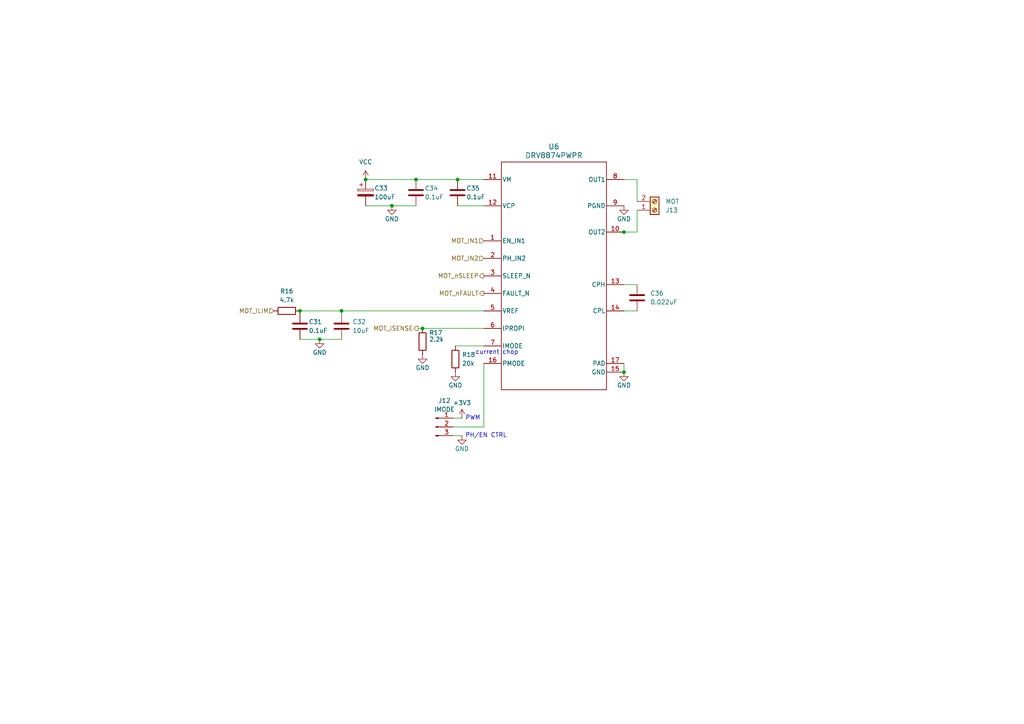
<source format=kicad_sch>
(kicad_sch (version 20250114) (generator "eeschema") (generator_version "9.0")
  (paper "A4")
  (lib_symbols
    (symbol "2025-04-07_10-39-51:DRV8874PWPR" (pin_names (offset 0.254))
      (property "Reference" "U" (at 0 2.54 0))
      (property "Value" "DRV8874PWPR" (at 0 0 0))
      (symbol "DRV8874PWPR_0_1"
        (polyline (pts (xy -15.24 33.02) (xy -15.24 -33.02)) (stroke (width 0.2032)))
        (polyline (pts (xy -15.24 -33.02) (xy 15.24 -33.02)) (stroke (width 0.2032)))
        (polyline (pts (xy 15.24 33.02) (xy -15.24 33.02)) (stroke (width 0.2032)))
        (polyline (pts (xy 15.24 -33.02) (xy 15.24 33.02)) (stroke (width 0.2032)))
        (pin power_in line (at -20.32 27.94 0) (length 5.08) (name "VM") (number "11"))
        (pin power_in line (at -20.32 20.32 0) (length 5.08) (name "VCP") (number "12"))
        (pin input line (at -20.32 10.16 0) (length 5.08) (name "EN_IN1") (number "1"))
        (pin input line (at -20.32 5.08 0) (length 5.08) (name "PH_IN2") (number "2"))
        (pin input line (at -20.32 0 0) (length 5.08) (name "SLEEP_N") (number "3"))
        (pin open_collector line (at -20.32 -5.08 0) (length 5.08) (name "FAULT_N") (number "4"))
        (pin power_in line (at -20.32 -10.16 0) (length 5.08) (name "VREF") (number "5"))
        (pin output line (at -20.32 -15.24 0) (length 5.08) (name "IPROPI") (number "6"))
        (pin input line (at -20.32 -20.32 0) (length 5.08) (name "IMODE") (number "7"))
        (pin input line (at -20.32 -25.4 0) (length 5.08) (name "PMODE") (number "16"))
        (pin output line (at 20.32 27.94 180) (length 5.08) (name "OUT1") (number "8"))
        (pin power_in line (at 20.32 20.32 180) (length 5.08) (name "PGND") (number "9"))
        (pin output line (at 20.32 12.7 180) (length 5.08) (name "OUT2") (number "10"))
        (pin power_in line (at 20.32 -2.54 180) (length 5.08) (name "CPH") (number "13"))
        (pin power_in line (at 20.32 -10.16 180) (length 5.08) (name "CPL") (number "14"))
        (pin power_in line (at 20.32 -25.4 180) (length 5.08) (name "PAD") (number "17"))
        (pin power_in line (at 20.32 -27.94 180) (length 5.08) (name "GND") (number "15"))
      )
    )
    (symbol "Connector:Conn_01x03_Pin" (pin_names (offset 1.016) (hide yes))
      (property "Reference" "J" (at 0 5.08 0))
      (property "Value" "Conn_01x03_Pin" (at 0 -5.08 0))
      (symbol "Conn_01x03_Pin_1_1"
        (rectangle (start 0.8636 2.667) (end 0 2.413) (stroke (width 0.1524)) (fill (type outline)))
        (rectangle (start 0.8636 0.127) (end 0 -0.127) (stroke (width 0.1524)) (fill (type outline)))
        (rectangle (start 0.8636 -2.413) (end 0 -2.667) (stroke (width 0.1524)) (fill (type outline)))
        (polyline (pts (xy 1.27 2.54) (xy 0.8636 2.54)) (stroke (width 0.1524)))
        (polyline (pts (xy 1.27 0) (xy 0.8636 0)) (stroke (width 0.1524)))
        (polyline (pts (xy 1.27 -2.54) (xy 0.8636 -2.54)) (stroke (width 0.1524)))
        (pin passive line (at 5.08 2.54 180) (length 3.81) (name "Pin_1") (number "1"))
        (pin passive line (at 5.08 0 180) (length 3.81) (name "Pin_2") (number "2"))
        (pin passive line (at 5.08 -2.54 180) (length 3.81) (name "Pin_3") (number "3"))
      )
    )
    (symbol "Connector:Screw_Terminal_01x02" (pin_names (offset 1.016) (hide yes))
      (property "Reference" "J" (at 0 2.54 0))
      (property "Value" "Screw_Terminal_01x02" (at 0 -5.08 0))
      (symbol "Screw_Terminal_01x02_1_1"
        (rectangle (start -1.27 1.27) (end 1.27 -3.81) (stroke (width 0.254)) (fill (type background)))
        (polyline (pts (xy -0.5334 0.3302) (xy 0.3302 -0.508)) (stroke (width 0.1524)))
        (polyline (pts (xy -0.5334 -2.2098) (xy 0.3302 -3.048)) (stroke (width 0.1524)))
        (polyline (pts (xy -0.3556 0.508) (xy 0.508 -0.3302)) (stroke (width 0.1524)))
        (polyline (pts (xy -0.3556 -2.032) (xy 0.508 -2.8702)) (stroke (width 0.1524)))
        (circle (center 0 0) (radius 0.635) (stroke (width 0.1524)))
        (circle (center 0 -2.54) (radius 0.635) (stroke (width 0.1524)))
        (pin passive line (at -5.08 0 0) (length 3.81) (name "Pin_1") (number "1"))
        (pin passive line (at -5.08 -2.54 0) (length 3.81) (name "Pin_2") (number "2"))
      )
    )
    (symbol "Device:C" (pin_numbers (hide yes)) (pin_names (offset 0.254))
      (property "Reference" "C" (at 0.635 2.54 0))
      (property "Value" "C" (at 0.635 -2.54 0))
      (symbol "C_0_1"
        (polyline (pts (xy -2.032 0.762) (xy 2.032 0.762)) (stroke (width 0.508)))
        (polyline (pts (xy -2.032 -0.762) (xy 2.032 -0.762)) (stroke (width 0.508)))
      )
      (symbol "C_1_1"
        (pin passive line (at 0 3.81 270) (length 2.794) (name "~") (number "1"))
        (pin passive line (at 0 -3.81 90) (length 2.794) (name "~") (number "2"))
      )
    )
    (symbol "Device:C_Polarized" (pin_numbers (hide yes)) (pin_names (offset 0.254))
      (property "Reference" "C" (at 0.635 2.54 0))
      (property "Value" "C_Polarized" (at 0.635 -2.54 0))
      (symbol "C_Polarized_0_1"
        (rectangle (start -2.286 0.508) (end 2.286 1.016))
        (polyline (pts (xy -1.778 2.286) (xy -0.762 2.286)))
        (polyline (pts (xy -1.27 2.794) (xy -1.27 1.778)))
        (rectangle (start 2.286 -0.508) (end -2.286 -1.016) (fill (type outline)))
      )
      (symbol "C_Polarized_1_1"
        (pin passive line (at 0 3.81 270) (length 2.794) (name "~") (number "1"))
        (pin passive line (at 0 -3.81 90) (length 2.794) (name "~") (number "2"))
      )
    )
    (symbol "Device:R" (pin_numbers (hide yes)) (pin_names (offset 0))
      (property "Reference" "R" (at 2.032 0 90))
      (property "Value" "R" (at 0 0 90))
      (symbol "R_0_1"
        (rectangle (start -1.016 -2.54) (end 1.016 2.54) (stroke (width 0.254)))
      )
      (symbol "R_1_1"
        (pin passive line (at 0 3.81 270) (length 1.27) (name "~") (number "1"))
        (pin passive line (at 0 -3.81 90) (length 1.27) (name "~") (number "2"))
      )
    )
    (symbol "power:+3V3" (power) (pin_numbers (hide yes)) (pin_names (offset 0) (hide yes))
      (property "Value" "+3V3" (at 0 3.556 0))
      (symbol "+3V3_0_1"
        (polyline (pts (xy -0.762 1.27) (xy 0 2.54)))
        (polyline (pts (xy 0 2.54) (xy 0.762 1.27)))
        (polyline (pts (xy 0 0) (xy 0 2.54)))
      )
      (symbol "+3V3_1_1"
        (pin power_in line (at 0 0 90) (length 0) (name "~") (number "1"))
      )
    )
    (symbol "power:GND" (power) (pin_numbers (hide yes)) (pin_names (offset 0) (hide yes))
      (property "Value" "GND" (at 0 -3.81 0))
      (symbol "GND_0_1"
        (polyline (pts (xy 0 0) (xy 0 -1.27) (xy 1.27 -1.27) (xy 0 -2.54) (xy -1.27 -1.27) (xy 0 -1.27)))
      )
      (symbol "GND_1_1"
        (pin power_in line (at 0 0 270) (length 0) (name "~") (number "1"))
      )
    )
    (symbol "power:VCC" (power) (pin_numbers (hide yes)) (pin_names (offset 0) (hide yes))
      (property "Value" "VCC" (at 0 3.556 0))
      (symbol "VCC_0_1"
        (polyline (pts (xy -0.762 1.27) (xy 0 2.54)))
        (polyline (pts (xy 0 2.54) (xy 0.762 1.27)))
        (polyline (pts (xy 0 0) (xy 0 2.54)))
      )
      (symbol "VCC_1_1"
        (pin power_in line (at 0 0 90) (length 0) (name "~") (number "1"))
      )
    )
  )
  (text "PWM" (at 137.16 121.285 0) (effects (font (size 1.27 1.27))))
  (text "current chop" (at 144.145 102.235 0) (effects (font (size 1.27 1.27))))
  (text "PH/EN CTRL" (at 140.97 126.365 0) (effects (font (size 1.27 1.27))))
  (junction (at 120.65 52.07))
  (junction (at 106.045 52.07))
  (junction (at 113.665 59.69))
  (junction (at 99.06 90.17))
  (junction (at 132.715 52.07))
  (junction (at 122.555 95.25))
  (junction (at 180.975 67.31))
  (junction (at 86.995 90.17))
  (junction (at 92.71 98.425))
  (junction (at 180.975 107.95))
  (wire (pts (xy 120.65 52.07) (xy 132.715 52.07)))
  (wire (pts (xy 180.975 82.55) (xy 184.785 82.55)))
  (wire (pts (xy 180.975 90.17) (xy 184.785 90.17)))
  (wire (pts (xy 99.06 90.17) (xy 140.335 90.17)))
  (wire (pts (xy 106.045 52.07) (xy 120.65 52.07)))
  (wire (pts (xy 179.07 67.31) (xy 180.975 67.31)))
  (wire (pts (xy 132.715 52.07) (xy 140.335 52.07)))
  (wire (pts (xy 184.785 67.31) (xy 180.975 67.31)))
  (wire (pts (xy 99.06 90.17) (xy 99.06 90.805)))
  (wire (pts (xy 132.715 59.69) (xy 140.335 59.69)))
  (wire (pts (xy 92.71 98.425) (xy 99.06 98.425)))
  (wire (pts (xy 184.785 52.07) (xy 180.975 52.07)))
  (wire (pts (xy 121.285 95.25) (xy 122.555 95.25)))
  (wire (pts (xy 132.08 100.33) (xy 140.335 100.33)))
  (wire (pts (xy 131.445 126.365) (xy 133.985 126.365)))
  (wire (pts (xy 86.995 98.425) (xy 92.71 98.425)))
  (wire (pts (xy 131.445 123.825) (xy 140.335 123.825)))
  (wire (pts (xy 122.555 95.25) (xy 140.335 95.25)))
  (wire (pts (xy 86.995 90.17) (xy 99.06 90.17)))
  (wire (pts (xy 140.335 123.825) (xy 140.335 105.41)))
  (wire (pts (xy 86.995 90.805) (xy 86.995 90.17)))
  (wire (pts (xy 106.045 59.69) (xy 113.665 59.69)))
  (wire (pts (xy 180.975 105.41) (xy 180.975 107.95)))
  (wire (pts (xy 113.665 59.69) (xy 120.65 59.69)))
  (wire (pts (xy 184.785 52.07) (xy 184.785 58.42)))
  (wire (pts (xy 131.445 121.285) (xy 133.985 121.285)))
  (wire (pts (xy 184.785 60.96) (xy 184.785 67.31)))
  (hierarchical_label "MOT_nSLEEP" (shape output) (at 140.335 80.01 180))
  (hierarchical_label "MOT_IN1" (shape input) (at 140.335 69.85 180))
  (hierarchical_label "MOT_IN2" (shape input) (at 140.335 74.93 180))
  (hierarchical_label "MOT_nFAULT" (shape output) (at 140.335 85.09 180))
  (hierarchical_label "MOT_ILIM" (shape input) (at 79.375 90.17 180))
  (hierarchical_label "MOT_ISENSE" (shape output) (at 121.285 95.25 180))
  (symbol (lib_id "power:GND") (at 180.975 107.95 0) (unit 1)
    (property "Reference" "#PWR011" (effects (hide yes)))
    (property "Value" "GND" (at 180.975 111.76 0))
    (property "Description" "Power symbol creates a global label with name \"GND\" , ground" (effects (hide yes)))
    (instances (project "dc-motor-driver" (path "" (reference "#PWR056") (unit 1)) (path "" (reference "#PWR020") (unit 1)) (path "" (reference "#PWR038") (unit 1)) (path "" (reference "#PWR011") (unit 1)) (path "" (reference "#PWR029") (unit 1)) (path "" (reference "#PWR047") (unit 1))))
  )
  (symbol (lib_id "Device:C") (at 86.995 94.615 0) (unit 1)
    (property "Reference" "C1" (at 89.535 93.345 0) (effects (justify left)))
    (property "Value" "0.1uF" (at 89.535 95.885 0) (effects (justify left)))
    (property "Footprint" "Capacitor_SMD:C_0402_1005Metric_Pad0.74x0.62mm_HandSolder" (effects (hide yes)))
    (property "Description" "Unpolarized capacitor" (effects (hide yes)))
    (property "Supplier" "Digikey" (effects (hide yes)))
    (property "Supplier_link" "https://www.digikey.com.au/en/products/detail/samsung-electro-mechanics/CL05B104KP5NNNC/3886660" (effects (hide yes)))
    (property "Supplier_part_number" "1276-1002-1-ND" (effects (hide yes)))
    (instances (project "dc-motor-driver" (path "" (reference "C31") (unit 1)) (path "" (reference "C7") (unit 1)) (path "" (reference "C19") (unit 1)) (path "" (reference "C1") (unit 1)) (path "" (reference "C13") (unit 1)) (path "" (reference "C25") (unit 1))))
  )
  (symbol (lib_id "Device:C") (at 99.06 94.615 0) (unit 1)
    (property "Reference" "C2" (at 102.235 93.345 0) (effects (justify left)))
    (property "Value" "10uF" (at 102.235 95.885 0) (effects (justify left)))
    (property "Footprint" "Capacitor_SMD:C_0402_1005Metric_Pad0.74x0.62mm_HandSolder" (effects (hide yes)))
    (property "Description" "Unpolarized capacitor" (effects (hide yes)))
    (property "Supplier" "Digikey" (effects (hide yes)))
    (property "Supplier_link" "https://www.digikey.com.au/en/products/detail/samsung-electro-mechanics/CL05A106MP5NUNC/3887108" (effects (hide yes)))
    (property "Supplier_part_number" "1276-1450-1-ND" (effects (hide yes)))
    (instances (project "dc-motor-driver" (path "" (reference "C32") (unit 1)) (path "" (reference "C8") (unit 1)) (path "" (reference "C20") (unit 1)) (path "" (reference "C2") (unit 1)) (path "" (reference "C14") (unit 1)) (path "" (reference "C26") (unit 1))))
  )
  (symbol (lib_id "Device:R") (at 132.08 104.14 0) (unit 1)
    (property "Reference" "R3" (at 133.985 102.8699 0) (effects (justify left)))
    (property "Value" "20k" (at 133.985 105.4099 0) (effects (justify left)))
    (property "Footprint" "Resistor_SMD:R_0201_0603Metric_Pad0.64x0.40mm_HandSolder" (effects (hide yes)))
    (property "Description" "Resistor" (effects (hide yes)))
    (property "Supplier" "Digikey" (effects (hide yes)))
    (property "Supplier_link" "https://www.digikey.com.au/en/products/detail/panasonic-electronic-components/ERJ-1GNF2002C/2036258" (effects (hide yes)))
    (property "Supplier_part_number" "P122813CT-ND" (effects (hide yes)))
    (instances (project "dc-motor-driver" (path "" (reference "R18") (unit 1)) (path "" (reference "R6") (unit 1)) (path "" (reference "R12") (unit 1)) (path "" (reference "R3") (unit 1)) (path "" (reference "R9") (unit 1)) (path "" (reference "R15") (unit 1))))
  )
  (symbol (lib_id "power:GND") (at 122.555 102.87 0) (unit 1)
    (property "Reference" "#PWR06" (effects (hide yes)))
    (property "Value" "GND" (at 122.555 106.68 0))
    (property "Description" "Power symbol creates a global label with name \"GND\" , ground" (effects (hide yes)))
    (instances (project "dc-motor-driver" (path "" (reference "#PWR051") (unit 1)) (path "" (reference "#PWR015") (unit 1)) (path "" (reference "#PWR033") (unit 1)) (path "" (reference "#PWR06") (unit 1)) (path "" (reference "#PWR024") (unit 1)) (path "" (reference "#PWR042") (unit 1))))
  )
  (symbol (lib_id "power:+3V3") (at 133.985 121.285 0) (unit 1)
    (property "Reference" "#PWR08" (effects (hide yes)))
    (property "Value" "+3V3" (at 133.985 116.84 0))
    (property "Description" "Power symbol creates a global label with name \"+3V3\"" (effects (hide yes)))
    (instances (project "dc-motor-driver" (path "" (reference "#PWR053") (unit 1)) (path "" (reference "#PWR017") (unit 1)) (path "" (reference "#PWR035") (unit 1)) (path "" (reference "#PWR08") (unit 1)) (path "" (reference "#PWR026") (unit 1)) (path "" (reference "#PWR044") (unit 1))))
  )
  (symbol (lib_id "Device:R") (at 83.185 90.17 90) (unit 1)
    (property "Reference" "R1" (at 83.185 84.455 90))
    (property "Value" "4.7k" (at 83.185 86.995 90))
    (property "Footprint" "Resistor_SMD:R_0201_0603Metric_Pad0.64x0.40mm_HandSolder" (effects (hide yes)))
    (property "Description" "Resistor" (effects (hide yes)))
    (property "Supplier" "Digikey" (effects (hide yes)))
    (property "Supplier_link" "https://www.digikey.com.au/en/products/detail/yageo/RC0201FR-074K7L/1948894" (effects (hide yes)))
    (property "Supplier_part_number" "311-4.70KMCT-ND" (effects (hide yes)))
    (instances (project "dc-motor-driver" (path "" (reference "R16") (unit 1)) (path "" (reference "R4") (unit 1)) (path "" (reference "R10") (unit 1)) (path "" (reference "R1") (unit 1)) (path "" (reference "R7") (unit 1)) (path "" (reference "R13") (unit 1))))
  )
  (symbol (lib_id "power:GND") (at 92.71 98.425 0) (unit 1)
    (property "Reference" "#PWR03" (effects (hide yes)))
    (property "Value" "GND" (at 92.71 102.235 0))
    (property "Description" "Power symbol creates a global label with name \"GND\" , ground" (effects (hide yes)))
    (instances (project "dc-motor-driver" (path "" (reference "#PWR048") (unit 1)) (path "" (reference "#PWR012") (unit 1)) (path "" (reference "#PWR030") (unit 1)) (path "" (reference "#PWR03") (unit 1)) (path "" (reference "#PWR021") (unit 1)) (path "" (reference "#PWR039") (unit 1))))
  )
  (symbol (lib_id "2025-04-07_10-39-51:DRV8874PWPR") (at 160.655 80.01 0) (unit 1)
    (property "Reference" "U1" (at 160.655 42.545 0) (effects (font (size 1.524 1.524))))
    (property "Value" "DRV8874PWPR" (at 160.655 45.085 0) (effects (font (size 1.524 1.524))))
    (property "Footprint" "Package_DFN_QFN:DRV8874PWPR" (effects (hide yes)))
    (property "Datasheet" "DRV8874PWPR" (effects (hide yes)))
    (property "Supplier" "Digikey" (effects (hide yes)))
    (property "Supplier_link" "https://www.digikey.com.au/en/products/detail/texas-instruments/DRV8874PWPR/11502339" (effects (hide yes)))
    (property "Supplier_part_number" "296-DRV8874PWPRCT-ND" (effects (hide yes)))
    (instances (project "dc-motor-driver" (path "" (reference "U6") (unit 1)) (path "" (reference "U2") (unit 1)) (path "" (reference "U4") (unit 1)) (path "" (reference "U1") (unit 1)) (path "" (reference "U3") (unit 1)) (path "" (reference "U5") (unit 1))))
  )
  (symbol (lib_id "power:GND") (at 180.975 59.69 0) (unit 1)
    (property "Reference" "#PWR010" (effects (hide yes)))
    (property "Value" "GND" (at 180.975 63.5 0))
    (property "Description" "Power symbol creates a global label with name \"GND\" , ground" (effects (hide yes)))
    (instances (project "dc-motor-driver" (path "" (reference "#PWR055") (unit 1)) (path "" (reference "#PWR019") (unit 1)) (path "" (reference "#PWR037") (unit 1)) (path "" (reference "#PWR010") (unit 1)) (path "" (reference "#PWR028") (unit 1)) (path "" (reference "#PWR046") (unit 1))))
  )
  (symbol (lib_id "power:GND") (at 132.08 107.95 0) (unit 1)
    (property "Reference" "#PWR07" (effects (hide yes)))
    (property "Value" "GND" (at 132.08 111.76 0))
    (property "Description" "Power symbol creates a global label with name \"GND\" , ground" (effects (hide yes)))
    (instances (project "dc-motor-driver" (path "" (reference "#PWR052") (unit 1)) (path "" (reference "#PWR016") (unit 1)) (path "" (reference "#PWR034") (unit 1)) (path "" (reference "#PWR07") (unit 1)) (path "" (reference "#PWR025") (unit 1)) (path "" (reference "#PWR043") (unit 1))))
  )
  (symbol (lib_id "Device:R") (at 122.555 99.06 180) (unit 1)
    (property "Reference" "R2" (at 124.46 96.52 0) (effects (justify right)))
    (property "Value" "2.2k" (at 124.46 98.425 0) (effects (justify right)))
    (property "Footprint" "Resistor_SMD:R_0201_0603Metric_Pad0.64x0.40mm_HandSolder" (effects (hide yes)))
    (property "Description" "IPROPI" (effects (hide yes)))
    (property "Supplier" "Digikey" (effects (hide yes)))
    (property "Supplier_link" "https://www.digikey.com.au/en/products/detail/yageo/RC0201FR-072K2L/5280432" (effects (hide yes)))
    (property "Supplier_part_number" "YAG2572CT-ND" (effects (hide yes)))
    (instances (project "dc-motor-driver" (path "" (reference "R17") (unit 1)) (path "" (reference "R5") (unit 1)) (path "" (reference "R11") (unit 1)) (path "" (reference "R2") (unit 1)) (path "" (reference "R8") (unit 1)) (path "" (reference "R14") (unit 1))))
  )
  (symbol (lib_id "power:GND") (at 133.985 126.365 0) (unit 1)
    (property "Reference" "#PWR09" (effects (hide yes)))
    (property "Value" "GND" (at 133.985 130.175 0))
    (property "Description" "Power symbol creates a global label with name \"GND\" , ground" (effects (hide yes)))
    (instances (project "dc-motor-driver" (path "" (reference "#PWR054") (unit 1)) (path "" (reference "#PWR018") (unit 1)) (path "" (reference "#PWR036") (unit 1)) (path "" (reference "#PWR09") (unit 1)) (path "" (reference "#PWR027") (unit 1)) (path "" (reference "#PWR045") (unit 1))))
  )
  (symbol (lib_id "Device:C_Polarized") (at 106.045 55.88 0) (unit 1)
    (property "Reference" "C3" (at 108.585 54.61 0) (effects (justify left)))
    (property "Value" "100uF" (at 108.585 57.15 0) (effects (justify left)))
    (property "Footprint" "Capacitor_SMD:CP_Elec_6.3x7.7" (effects (hide yes)))
    (property "Description" "Polarized capacitor" (effects (hide yes)))
    (property "Supplier" "Digikey" (effects (hide yes)))
    (property "Supplier_link" "https://www.digikey.com.au/en/products/detail/w%C3%BCrth-elektronik/865080545012/5728106" (effects (hide yes)))
    (property "Supplier_part_number" "732-8511-1-ND" (effects (hide yes)))
    (instances (project "dc-motor-driver" (path "" (reference "C33") (unit 1)) (path "" (reference "C9") (unit 1)) (path "" (reference "C21") (unit 1)) (path "" (reference "C3") (unit 1)) (path "" (reference "C15") (unit 1)) (path "" (reference "C27") (unit 1))))
  )
  (symbol (lib_id "power:VCC") (at 106.045 52.07 0) (unit 1)
    (property "Reference" "#PWR04" (effects (hide yes)))
    (property "Value" "VCC" (at 106.045 46.99 0))
    (property "Description" "Power symbol creates a global label with name \"VCC\"" (effects (hide yes)))
    (instances (project "dc-motor-driver" (path "" (reference "#PWR049") (unit 1)) (path "" (reference "#PWR013") (unit 1)) (path "" (reference "#PWR031") (unit 1)) (path "" (reference "#PWR04") (unit 1)) (path "" (reference "#PWR022") (unit 1)) (path "" (reference "#PWR040") (unit 1))))
  )
  (symbol (lib_id "Connector:Screw_Terminal_01x02") (at 189.865 60.96 0) (mirror x) (unit 1)
    (property "Reference" "J3" (at 193.04 60.9601 0) (effects (justify left)))
    (property "Value" "MOT" (at 193.04 58.4201 0) (effects (justify left)))
    (property "Footprint" "TerminalBlock_4Ucon:TerminalBlock_4Ucon_1x02_P3.50mm_Horizontal" (effects (hide yes)))
    (property "Description" "Generic screw terminal, single row, 01x02, script generated (kicad-library-utils/schlib/autogen/connector/)" (effects (hide yes)))
    (instances (project "" (path "" (reference "J13") (unit 1)) (path "" (reference "J5") (unit 1)) (path "" (reference "J9") (unit 1)) (path "" (reference "J3") (unit 1)) (path "" (reference "J7") (unit 1)) (path "" (reference "J11") (unit 1))))
  )
  (symbol (lib_id "Device:C") (at 120.65 55.88 0) (unit 1)
    (property "Reference" "C4" (at 123.19 54.61 0) (effects (justify left)))
    (property "Value" "0.1uF" (at 123.19 57.15 0) (effects (justify left)))
    (property "Footprint" "Capacitor_SMD:C_0402_1005Metric_Pad0.74x0.62mm_HandSolder" (effects (hide yes)))
    (property "Description" "Unpolarized capacitor" (effects (hide yes)))
    (property "Supplier" "Digikey" (effects (hide yes)))
    (property "Supplier_link" "https://www.digikey.com.au/en/products/detail/samsung-electro-mechanics/CL05B104KP5NNNC/3886660" (effects (hide yes)))
    (property "Supplier_part_number" "1276-1002-1-ND" (effects (hide yes)))
    (instances (project "dc-motor-driver" (path "" (reference "C34") (unit 1)) (path "" (reference "C10") (unit 1)) (path "" (reference "C22") (unit 1)) (path "" (reference "C4") (unit 1)) (path "" (reference "C16") (unit 1)) (path "" (reference "C28") (unit 1))))
  )
  (symbol (lib_id "power:GND") (at 113.665 59.69 0) (unit 1)
    (property "Reference" "#PWR05" (effects (hide yes)))
    (property "Value" "GND" (at 113.665 63.5 0))
    (property "Description" "Power symbol creates a global label with name \"GND\" , ground" (effects (hide yes)))
    (instances (project "dc-motor-driver" (path "" (reference "#PWR050") (unit 1)) (path "" (reference "#PWR014") (unit 1)) (path "" (reference "#PWR032") (unit 1)) (path "" (reference "#PWR05") (unit 1)) (path "" (reference "#PWR023") (unit 1)) (path "" (reference "#PWR041") (unit 1))))
  )
  (symbol (lib_id "Connector:Conn_01x03_Pin") (at 126.365 123.825 0) (unit 1)
    (property "Reference" "J2" (at 128.905 116.205 0))
    (property "Value" "IMODE" (at 128.905 118.745 0))
    (property "Footprint" "Connector_PinHeader_2.54mm:PinHeader_1x03_P2.54mm_Vertical" (effects (hide yes)))
    (property "Description" "Generic connector, single row, 01x03, script generated" (effects (hide yes)))
    (instances (project "dc-motor-driver" (path "" (reference "J12") (unit 1)) (path "" (reference "J4") (unit 1)) (path "" (reference "J8") (unit 1)) (path "" (reference "J2") (unit 1)) (path "" (reference "J6") (unit 1)) (path "" (reference "J10") (unit 1))))
  )
  (symbol (lib_id "Device:C") (at 132.715 55.88 0) (unit 1)
    (property "Reference" "C5" (at 135.255 54.61 0) (effects (justify left)))
    (property "Value" "0.1uF" (at 135.255 57.15 0) (effects (justify left)))
    (property "Footprint" "Capacitor_SMD:C_0402_1005Metric_Pad0.74x0.62mm_HandSolder" (effects (hide yes)))
    (property "Description" "Unpolarized capacitor" (effects (hide yes)))
    (property "Supplier" "Digikey" (effects (hide yes)))
    (property "Supplier_link" "https://www.digikey.com.au/en/products/detail/samsung-electro-mechanics/CL05B104KP5NNNC/3886660" (effects (hide yes)))
    (property "Supplier_part_number" "1276-1002-1-ND" (effects (hide yes)))
    (instances (project "dc-motor-driver" (path "" (reference "C35") (unit 1)) (path "" (reference "C11") (unit 1)) (path "" (reference "C23") (unit 1)) (path "" (reference "C5") (unit 1)) (path "" (reference "C17") (unit 1)) (path "" (reference "C29") (unit 1))))
  )
  (symbol (lib_id "Device:C") (at 184.785 86.36 0) (unit 1)
    (property "Reference" "C6" (at 188.595 85.0899 0) (effects (justify left)))
    (property "Value" "0.022uF" (at 188.595 87.6299 0) (effects (justify left)))
    (property "Footprint" "Capacitor_SMD:C_0402_1005Metric_Pad0.74x0.62mm_HandSolder" (effects (hide yes)))
    (property "Description" "Unpolarized capacitor" (effects (hide yes)))
    (property "Supplier" "Digikey" (effects (hide yes)))
    (property "Supplier_link" "https://www.digikey.com.au/en/products/detail/murata-electronics/GRM155R71H223KA12D/965898" (effects (hide yes)))
    (property "Supplier_part_number" "490-3884-1-ND" (effects (hide yes)))
    (instances (project "dc-motor-driver" (path "" (reference "C36") (unit 1)) (path "" (reference "C12") (unit 1)) (path "" (reference "C24") (unit 1)) (path "" (reference "C6") (unit 1)) (path "" (reference "C18") (unit 1)) (path "" (reference "C30") (unit 1))))
  )
)
</source>
